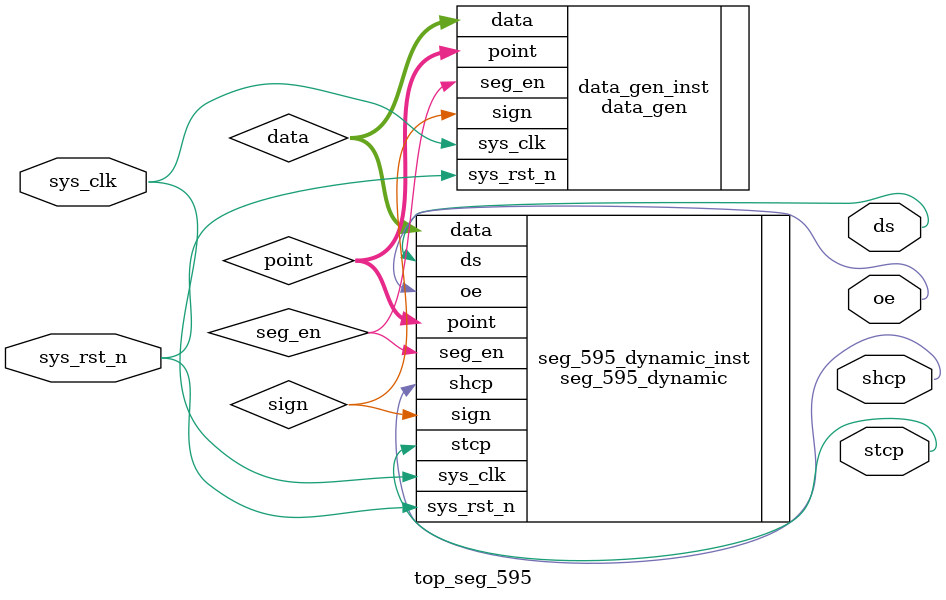
<source format=v>
module  top_seg_595
(
    input   wire            sys_clk     ,
    input   wire            sys_rst_n   ,
    
    output  wire            ds          ,
    output  wire            oe          ,
    output  wire            shcp        ,
    output  wire            stcp
);

wire    [19:0]  data    ;
wire    [5:0]   point   ;
wire            sign    ;
wire            seg_en  ;

data_gen
#(
    .CNT_MAX    (23'd4999_999)  ,
    .DATA_MAX   (20'd999_999)
)
data_gen_inst
(
    .sys_clk     (sys_clk),
    .sys_rst_n   (sys_rst_n),

    .data        (data  ),
    .point       (point ),
    .sign        (sign  ),
    .seg_en      (seg_en)
);

seg_595_dynamic seg_595_dynamic_inst
(
    .sys_clk     (sys_clk  ),
    .sys_rst_n   (sys_rst_n),
    .data        (data     ),
    .point       (point    ),
    .sign        (sign     ),
    .seg_en      (seg_en   ),

    .ds          (ds  ),
    .oe          (oe  ),
    .shcp        (shcp),
    .stcp        (stcp)
);

endmodule

</source>
